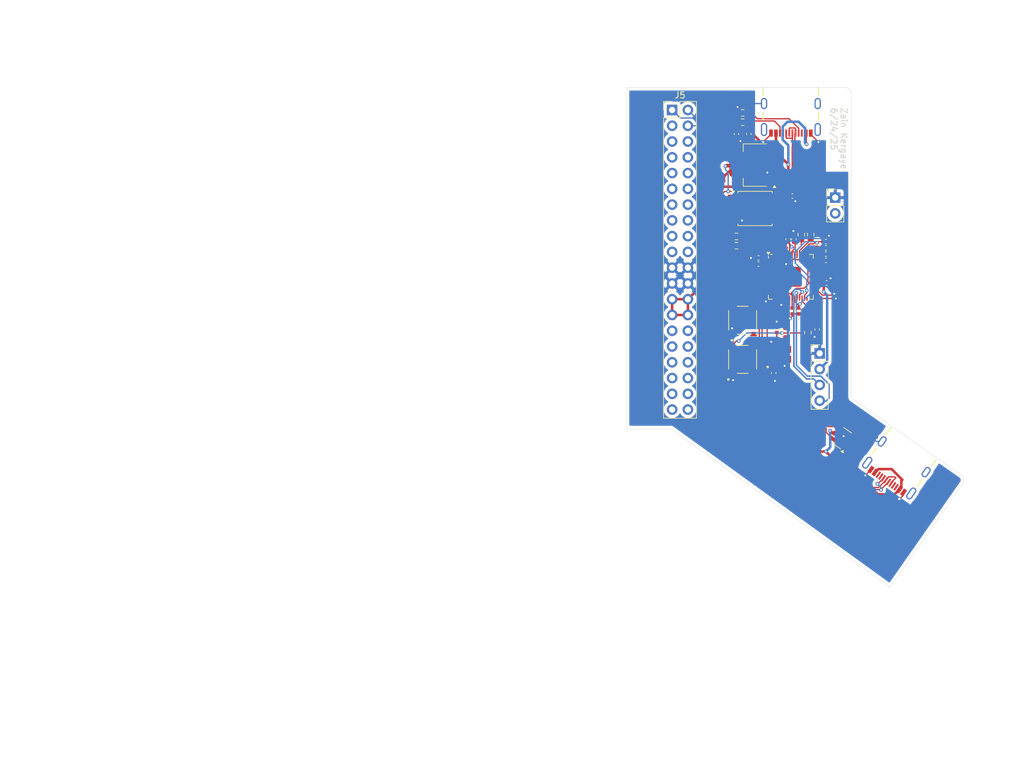
<source format=kicad_pcb>
(kicad_pcb (version 20241229) (generator "pcbnew") (generator_version "9.0")
  (layers (0 "F.Cu" signal) (2 "B.Cu" signal) (13 "F.Paste" user) (15 "B.Paste" user) (5 "F.SilkS" user "F.Silkscreen") (7 "B.SilkS" user "B.Silkscreen") (1 "F.Mask" user) (3 "B.Mask" user) (25 "Edge.Cuts" user))
  (net 0 "")
  (net 1 "GND")
  (net 4 "/CC1")
  (net 5 "/CC2")
  (net 6 "+1V1")
  (net 7 "+3V3")
  (net 8 "VBUS")
  (net 9 "/XIN")
  (net 10 "Net-(C16-Pad1)")
  (net 11 "/USB_D-")
  (net 12 "/USB_D+")
  (net 13 "/B-B_D-")
  (net 14 "/B-B_D+")
  (net 19 "Net-(U2-USB_DP)")
  (net 20 "Net-(U2-USB_DM)")
  (net 21 "/QSPI_SS")
  (net 22 "Net-(SW21-B)")
  (net 23 "/XOUT")
  (net 24 "Net-(SW22-B)")
  (net 25 "/RST")
  (net 26 "/DEBUG_CLK")
  (net 27 "/QSPI_SD1")
  (net 28 "/QSPI_SD2")
  (net 29 "/GPIO25")
  (net 30 "/GPIO24")
  (net 31 "/DEBUG_DATA")
  (net 32 "/GPIO17")
  (net 33 "/GPIO2")
  (net 34 "/GPIO12")
  (net 35 "/GPIO16")
  (net 36 "/GPIO23")
  (net 37 "/GPIO13")
  (net 38 "/GPIO15")
  (net 39 "/GPIO8")
  (net 40 "/GP24")
  (net 41 "/GPIO19")
  (net 42 "/GPIO4")
  (net 43 "/QSPI_SD3")
  (net 44 "/GPIO29")
  (net 45 "/GPIO5")
  (net 46 "/QSPI_SD0")
  (net 47 "/GPIO27")
  (net 48 "/GPIO7")
  (net 49 "/QSPI_SCLK")
  (net 50 "/GPIO11")
  (net 51 "/GPIO6")
  (net 52 "/GPIO10")
  (net 53 "/GPIO14")
  (net 60 "/GPIO9")
  (net 61 "/GPIO20")
  (net 62 "/GPIO0")
  (net 63 "/GPIO22")
  (net 64 "/GPIO26")
  (net 65 "/GPIO3")
  (net 66 "/GPIO21")
  (net 67 "/GPIO18")
  (net 68 "/GPIO28")
  (net 69 "/GPIO1")
  (footprint "Capacitor_SMD:C_0402_1005Metric" (layer "F.Cu") (at 150.4 70.35)
    (property "Reference" "C1" (hide yes))
    (property "Value" "1u")
  )
  (footprint "Resistor_SMD:R_0603_1608Metric" (layer "F.Cu") (at 136 69.5)
    (property "Reference" "R5" (hide yes))
    (property "Value" "10k DNP")
  )
  (footprint "Capacitor_SMD:C_0402_1005Metric" (layer "F.Cu") (at 150.5 77)
    (property "Reference" "C5" (hide yes))
    (property "Value" "100n")
  )
  (footprint "Capacitor_SMD:C_0402_1005Metric" (layer "F.Cu") (at 145 63)
    (property "Reference" "C14" (hide yes))
    (property "Value" "100n")
  )
  (footprint "Capacitor_SMD:C_0402_1005Metric" (layer "F.Cu") (at 139.55 73.95 180)
    (property "Reference" "C7" (hide yes))
    (property "Value" "100n")
  )
  (footprint "Resistor_SMD:R_0603_1608Metric" (layer "F.Cu") (at 147.95 69.2 -90)
    (property "Reference" "R4" (hide yes))
    (property "Value" "27.4")
  )
  (footprint "Resistor_SMD:R_0603_1608Metric" (layer "F.Cu") (at 146.45 69.2 -90)
    (property "Reference" "R3" (hide yes))
    (property "Value" "27.4")
  )
  (footprint "Capacitor_SMD:C_0402_1005Metric" (layer "F.Cu") (at 150.4 73.35)
    (property "Reference" "C9" (hide yes))
    (property "Value" "100n")
  )
  (footprint "Capacitor_SMD:C_0402_1005Metric" (layer "F.Cu") (at 145.25 69.95 90)
    (property "Reference" "C10" (hide yes))
    (property "Value" "100n")
  )
  (footprint "Connector_PinHeader_2.54mm:PinHeader_1x04_P2.54mm_Vertical" (layer "F.Cu") (at 149.4 88.34)
    (property "Reference" "J3" (hide yes))
    (property "Value" "Conn_01x04_Pin")
  )
  (footprint "Package_TO_SOT_SMD:SOT-23-6" (layer "F.Cu") (at 153 102 145)
    (property "Reference" "U5" (hide yes))
    (property "Value" "USBLC6-2SC6")
  )
  (footprint "Package_TO_SOT_SMD:SOT-223-3_TabPin2" (layer "F.Cu") (at 139 58 180)
    (property "Reference" "U3" (hide yes))
    (property "Value" "NCP1117-3.3_SOT223")
  )
  (footprint "Connector_PinHeader_2.54mm:PinHeader_2x20_P2.54mm_Vertical" (layer "F.Cu") (at 125.645 49.135)
    (property "Reference" "J5")
    (property "Value" "Conn_02x20_Counter_Clockwise")
  )
  (footprint "Library:GCT_USB4105-GF-A" (layer "F.Cu") (at 144.76 48.1 180)
    (property "Reference" "J1" (hide yes))
    (property "Value" "USB4105-GF-A")
  )
  (footprint "Library:GCT_USB4105-GF-A" (layer "F.Cu") (at 163 105 145)
    (property "Reference" "J2" (hide yes))
    (property "Value" "USB4105-GF-A")
  )
  (footprint "Capacitor_SMD:C_0402_1005Metric" (layer "F.Cu") (at 144.325 69.95 90)
    (property "Reference" "C2" (hide yes))
    (property "Value" "100n")
  )
  (footprint "Library:ABM8-272-T3_ABR" (layer "F.Cu") (at 143 88.5 90)
    (property "Reference" "X1" (hide yes))
    (property "Value" "ABM8-272-T3")
  )
  (footprint "Resistor_SMD:R_0603_1608Metric" (layer "F.Cu") (at 144 85 -90)
    (property "Reference" "R7" (hide yes))
    (property "Value" "1k")
  )
  (footprint "Capacitor_SMD:C_0402_1005Metric" (layer "F.Cu") (at 142 91.5 90)
    (property "Reference" "C15" (hide yes))
    (property "Value" "15p")
  )
  (footprint "Capacitor_SMD:C_0402_1005Metric" (layer "F.Cu") (at 150.4 72.35)
    (property "Reference" "C11" (hide yes))
    (property "Value" "100n")
  )
  (footprint "Connector_PinHeader_2.54mm:PinHeader_1x02_P2.54mm_Vertical" (layer "F.Cu") (at 151.9 63.25)
    (property "Reference" "J4" (hide yes))
    (property "Value" "Conn_01x02")
  )
  (footprint "Package_SO:SOIC-8_5.3x5.3mm_P1.27mm" (layer "F.Cu") (at 139 65)
    (property "Reference" "U4" (hide yes))
    (property "Value" "W25Q128JVS")
  )
  (footprint "Library:SW_TL3315NF250Q" (layer "F.Cu") (at 137 83 90)
    (property "Reference" "SW21" (hide yes))
    (property "Value" "SW_SPST")
  )
  (footprint "Package_DFN_QFN:QFN-56-1EP_7x7mm_P0.4mm_EP3.2x3.2mm" (layer "F.Cu") (at 144.76 76)
    (property "Reference" "U2" (hide yes))
    (property "Value" "RP2040")
  )
  (footprint "Capacitor_SMD:C_0402_1005Metric" (layer "F.Cu") (at 149 84.5 90)
    (property "Reference" "C17" (hide yes))
    (property "Value" "100n")
  )
  (footprint "Resistor_SMD:R_0603_1608Metric" (layer "F.Cu") (at 136 71)
    (property "Reference" "R6" (hide yes))
    (property "Value" "1k")
  )
  (footprint "Capacitor_SMD:C_0402_1005Metric" (layer "F.Cu") (at 145 81.5 -90)
    (property "Reference" "C6" (hide yes))
    (property "Value" "100n")
  )
  (footprint "Capacitor_SMD:C_0402_1005Metric" (layer "F.Cu") (at 138 53 -90)
    (property "Reference" "C12" (hide yes))
    (property "Value" "10u")
  )
  (footprint "Capacitor_SMD:C_0402_1005Metric" (layer "F.Cu") (at 142.5 84.5 90)
    (property "Reference" "C16" (hide yes))
    (property "Value" "15p")
  )
  (footprint "Capacitor_SMD:C_0402_1005Metric" (layer "F.Cu") (at 139.55 72.95 180)
    (property "Reference" "C8" (hide yes))
    (property "Value" "100n")
  )
  (footprint "Resistor_SMD:R_0603_1608Metric" (layer "F.Cu") (at 137 49.6)
    (property "Reference" "R1" (hide yes))
    (property "Value" "5.1k")
  )
  (footprint "Capacitor_SMD:C_0402_1005Metric" (layer "F.Cu") (at 146 81.5 -90)
    (property "Reference" "C3" (hide yes))
    (property "Value" "100n")
  )
  (footprint "Capacitor_SMD:C_0402_1005Metric" (layer "F.Cu") (at 150.4 71.35)
    (property "Reference" "C4" (hide yes))
    (property "Value" "1u")
  )
  (footprint "Resistor_SMD:R_0603_1608Metric" (layer "F.Cu") (at 147.5 85 90)
    (property "Reference" "R8" (hide yes))
    (property "Value" "1k")
  )
  (footprint "Resistor_SMD:R_0603_1608Metric" (layer "F.Cu") (at 137 51.1 180)
    (property "Reference" "R2" (hide yes))
    (property "Value" "5.1k")
  )
  (footprint "Library:SW_TL3315NF250Q" (layer "F.Cu") (at 137 89.3123 90)
    (property "Reference" "SW22" (hide yes))
    (property "Value" "SW_SPST")
  )
  (footprint "Capacitor_SMD:C_0402_1005Metric" (layer "F.Cu") (at 136 53 -90)
    (property "Reference" "C13" (hide yes))
    (property "Value" "10u")
  )
  (gr_line (start 172.182919 107.927273) (end 154.595035 95.599168) (stroke (width 0.05)) (layer "Edge.Cuts"))
  (gr_line (start 154.5 67.289997) (end 154.5 55.53) (stroke (width 0.05)) (layer "Edge.Cuts"))
  (gr_arc (start 154.595035 95.599168) (mid 154.529704 95.476113) (end 154.5 95.34) (stroke (width 0.05)) (layer "Edge.Cuts"))
  (gr_arc (start 153.5 45.5) (mid 154.207107 45.792893) (end 154.5 46.5) (stroke (width 0.05)) (layer "Edge.Cuts"))
  (gr_line (start 154.5 46.5) (end 154.5 55.53) (stroke (width 0.05)) (layer "Edge.Cuts"))
  (gr_line (start 154.5 67.289997) (end 154.5 95.339997) (stroke (width 0.05)) (layer "Edge.Cuts"))
  (gr_line (start 136 45.5) (end 153.5 45.5) (stroke (width 0.05)) (layer "Edge.Cuts"))
  (gr_line (start 118.25 100.5) (end 125.5 100.5) (stroke (width 0.05)) (layer "Edge.Cuts"))
  (gr_line (start 166.690659 117.510672) (end 172.42583 109.32) (stroke (width 0.05)) (layer "Edge.Cuts"))
  (gr_line (start 125.5 100.5) (end 160.75 126) (stroke (width 0.05)) (layer "Edge.Cuts"))
  (gr_line (start 136 45.5) (end 118.25 45.5) (stroke (width 0.05)) (layer "Edge.Cuts"))
  (gr_arc (start 172.184425 107.927273) (mid 172.595656 108.572776) (end 172.43 109.32) (stroke (width 0.05)) (layer "Edge.Cuts"))
  (gr_line (start 118.25 100.5) (end 118.25 45.5) (stroke (width 0.05)) (layer "Edge.Cuts"))
  (gr_line (start 160.74637 126) (end 166.690659 117.510672) (stroke (width 0.05)) (layer "Edge.Cuts"))
  (gr_text "Zain Kergaye\n6/24/25" (at 151.1 48.675 270) (layer "Edge.Cuts") (effects (font (size 1 1)) (justify left bottom)))
  (segment (start 135.439 52.939) (end 135.439 51.961) (width 0.2) (layer "F.Cu") (net 1))
  (segment (start 145 82.33) (end 144.61 82.72) (width 0.2) (layer "F.Cu") (net 1))
  (segment (start 149 85.252182) (end 148.576091 85.676091) (width 0.2) (layer "F.Cu") (net 1))
  (segment (start 162.893931 110.730513) (end 162.893931 111.162334) (width 0.2) (layer "F.Cu") (net 1))
  (segment (start 136.18 49.02) (end 136.175 49.025) (width 0.2) (layer "F.Cu") (net 1))
  (segment (start 138 53.48) (end 137.439 52.919) (width 0.2) (layer "F.Cu") (net 1))
  (segment (start 145.48 63) (end 145.48 63.83) (width 0.2) (layer "F.Cu") (net 1))
  (segment (start 149 84.98) (end 149 85.252182) (width 0.2) (layer "F.Cu") (net 1))
  (segment (start 143.76 79.982182) (end 143.576091 80.166091) (width 0.2) (layer "F.Cu") (net 1))
  (segment (start 141.9 87.699999) (end 141.9 87.8) (width 0.2) (layer "F.Cu") (net 1))
  (segment (start 150.88 69.38) (end 150.88 70.35) (width 0.2) (layer "F.Cu") (net 1))
  (segment (start 136 53.5) (end 136.65 54.15) (width 0.2) (layer "F.Cu") (net 1))
  (segment (start 137.439 52.364) (end 136.175 51.1) (width 0.2) (layer "F.Cu") (net 1))
  (segment (start 141.56 53.04) (end 140.3 54.3) (width 0.2) (layer "F.Cu") (net 1))
  (segment (start 135.3 85.18) (end 135.25 85.23) (width 0.2) (layer "F.Cu") (net 1))
  (segment (start 143.76 79.4375) (end 143.76 79.982182) (width 0.2) (layer "F.Cu") (net 1))
  (segment (start 136.18 48.65) (end 136.18 49.02) (width 0.2) (layer "F.Cu") (net 1))
  (segment (start 140.916091 80.166091) (end 140.73 79.98) (width 0.2) (layer "F.Cu") (net 1))
  (segment (start 141.6 87.52) (end 141.779999 87.699999) (width 0.2) (layer "F.Cu") (net 1))
  (segment (start 143.576091 80.166091) (end 140.916091 80.166091) (width 0.2) (layer "F.Cu") (net 1))
  (segment (start 153.931785 102.631785) (end 153.931785 102.652443) (width 0.2) (layer "F.Cu") (net 1))
  (segment (start 142.475 83.225) (end 142.475 83.995) (width 0.2) (layer "F.Cu") (net 1))
  (segment (start 147.96 52.855) (end 147.96 53.06) (width 0.2) (layer "F.Cu") (net 1))
  (segment (start 144.35 69.47) (end 144.35 69.442558) (width 0.2) (layer "F.Cu") (net 1))
  (segment (start 144 73.96) (end 144.75 73.96) (width 0.2) (layer "F.Cu") (net 1))
  (segment (start 157.651358 107.098642) (end 156.75 108) (width 0.2) (layer "F.Cu") (net 1))
  (segment (start 144.35 69.442558) (end 145.160946 68.631612) (width 0.2) (layer "F.Cu") (net 1))
  (segment (start 143.576091 80.166091) (end 143.221091 80.521091) (width 0.2) (layer "F.Cu") (net 1))
  (segment (start 153.25 101.675) (end 153.25 101.95) (width 0.2) (layer "F.Cu") (net 1))
  (segment (start 142.475 83.995) (end 142.5 84.02) (width 0.2) (layer "F.Cu") (net 1))
  (segment (start 145.160946 69.380946) (end 145.25 69.47) (width 0.2) (layer "F.Cu") (net 1))
  (segment (start 135.3 84.3) (end 135.3 85.18) (width 0.2) (layer "F.Cu") (net 1))
  (segment (start 136 53.48) (end 136 53.5) (width 0.2) (layer "F.Cu") (net 1))
  (segment (start 143.75 90.35) (end 143.75 89.7) (width 0.2) (layer "F.Cu") (net 1))
  (segment (start 141.068413 59.218413) (end 142.15 60.3) (width 0.2) (layer "F.Cu") (net 1))
  (segment (start 141.56 52.855) (end 141.56 53.04) (width 0.2) (layer "F.Cu") (net 1))
  (segment (start 136.175 51.1) (end 136.175 49.6) (width 0.2) (layer "F.Cu") (net 1))
  (segment (start 139.07 72.95) (end 138.36 72.95) (width 0.2) (layer "F.Cu") (net 1))
  (segment (start 143.75 89.7) (end 144.1 89.35) (width 0.2) (layer "F.Cu") (net 1))
  (segment (start 136.89 66.94) (end 135.4475 66.94) (width 0.2) (layer "F.Cu") (net 1))
  (segment (start 140.981587 59.218413) (end 141.068413 59.218413) (width 0.2) (layer "F.Cu") (net 1))
  (segment (start 142 91.98) (end 142 92.575) (width 0.2) (layer "F.Cu") (net 1))
  (segment (start 162.893931 111.162334) (end 162.234962 111.821303) (width 0.2) (layer "F.Cu") (net 1))
  (segment (start 144.76 73.97) (end 144.76 76) (width 0.2) (layer "F.Cu") (net 1))
  (segment (start 147.96 53.06) (end 149.2 54.3) (width 0.2) (layer "F.Cu") (net 1))
  (segment (start 150.98 76.42) (end 151.15 76.25) (width 0.25) (layer "F.Cu") (net 1))
  (segment (start 141.6 86.475) (end 141.6 87.52) (width 0.2) (layer "F.Cu") (net 1))
  (segment (start 138.36 72.95) (end 138.34 72.97) (width 0.2) (layer "F.Cu") (net 1))
  (segment (start 135.4475 66.94) (end 135.4125 66.905) (width 0.2) (layer "F.Cu") (net 1))
  (segment (start 135.25 91.5423) (end 135.25 92.425) (width 0.2) (layer "F.Cu") (net 1))
  (segment (start 135.98 53.48) (end 135.439 52.939) (width 0.2) (layer "F.Cu") (net 1))
  (segment (start 150.88 73.35) (end 150.88 70.35) (width 0.2) (layer "F.Cu") (net 1))
  (segment (start 145 81.98) (end 145 82.33) (width 0.2) (layer "F.Cu") (net 1))
  (segment (start 157.651358 107.059623) (end 157.651358 107.098642) (width 0.2) (layer "F.Cu") (net 1))
  (segment (start 139.07 73.95) (end 139.07 72.95) (width 0.2) (layer "F.Cu") (net 1))
  (segment (start 135.25 92.425) (end 135.475 92.65) (width 0.2) (layer "F.Cu") (net 1))
  (segment (start 153.25 101.95) (end 153.931785 102.631785) (width 0.2) (layer "F.Cu") (net 1))
  (segment (start 142 92.575) (end 142.2 92.775) (width 0.2) (layer "F.Cu") (net 1))
  (segment (start 144.1 89.35) (end 144.1 89.300001) (width 0.2) (layer "F.Cu") (net 1))
  (segment (start 145.160946 68.631612) (end 145.160946 69.380946) (width 0.2) (layer "F.Cu") (net 1))
  (segment (start 136.175 49.025) (end 136.175 49.6) (width 0.2) (layer "F.Cu") (net 1))
  (segment (start 146 81.98) (end 145 81.98) (width 0.2) (layer "F.Cu") (net 1))
  (segment (start 141.779999 87.699999) (end 141.9 87.699999) (width 0.2) (layer "F.Cu") (net 1))
  (segment (start 141.9 87.8) (end 141.85 87.85) (width 0.2) (layer "F.Cu") (net 1))
  (segment (start 135.439 51.961) (end 136.175 51.225) (width 0.2) (layer "F.Cu") (net 1))
  (segment (start 150.98 77) (end 150.98 76.42) (width 0.25) (layer "F.Cu") (net 1))
  (segment (start 137.439 52.919) (end 137.439 52.364) (width 0.2) (layer "F.Cu") (net 1))
  (segment (start 144.75 73.96) (end 144.76 73.97) (width 0.2) (layer "F.Cu") (net 1))
  (via (at 142.2 92.775) (size 0.6) (drill 0.3) (layers "F.Cu" "B.Cu") (net 1))
  (via (at 143.75 90.35) (size 0.6) (drill 0.3) (layers "F.Cu" "B.Cu") (net 1))
  (via (at 145.160946 68.631612) (size 0.6) (drill 0.3) (layers "F.Cu" "B.Cu") (net 1))
  (via (at 156.75 108) (size 0.6) (drill 0.3) (layers "F.Cu" "B.Cu") (net 1))
  (via (at 149.2 54.3) (size 0.6) (drill 0.3) (layers "F.Cu" "B.Cu") (net 1))
  (via (at 153.25 101.675) (size 0.6) (drill 0.3) (layers "F.Cu" "B.Cu") (net 1))
  (via (at 141.6 86.475) (size 0.6) (drill 0.3) (layers "F.Cu" "B.Cu") (net 1))
  (via (at 148.576091 85.676091) (size 0.6) (drill 0.3) (layers "F.Cu" "B.Cu") (net 1))
  (via (at 135.475 92.65) (size 0.6) (drill 0.3) (layers "F.Cu" "B.Cu") (net 1))
  (via (at 150.88 69.38) (size 0.6) (drill 0.3) (layers "F.Cu" "B.Cu") (net 1))
  (via (at 144.61 82.72) (size 0.6) (drill 0.3) (layers "F.Cu" "B.Cu") (net 1))
  (via (at 138.34 72.97) (size 0.6) (drill 0.3) (layers "F.Cu" "B.Cu") (net 1))
  (via (at 136.18 48.65) (size 0.6) (drill 0.3) (layers "F.Cu" "B.Cu") (net 1))
  (via (at 151.15 76.25) (size 0.6) (drill 0.3) (layers "F.Cu" "B.Cu") (net 1))
  (via (at 140.981587 59.218413) (size 0.6) (drill 0.3) (layers "F.Cu" "B.Cu") (net 1))
  (via (at 140.3 54.3) (size 0.6) (drill 0.3) (layers "F.Cu" "B.Cu") (net 1))
  (via (at 144 73.96) (size 0.6) (drill 0.3) (layers "F.Cu" "B.Cu") (net 1))
  (via (at 145.48 63.83) (size 0.6) (drill 0.3) (layers "F.Cu" "B.Cu") (net 1))
  (via (at 143.221091 80.521091) (size 0.6) (drill 0.3) (layers "F.Cu" "B.Cu") (net 1))
  (via (at 136.89 66.94) (size 0.6) (drill 0.3) (layers "F.Cu" "B.Cu") (net 1))
  (via (at 142.475 83.225) (size 0.6) (drill 0.3) (layers "F.Cu" "B.Cu") (net 1))
  (via (at 135.3 84.3) (size 0.6) (drill 0.3) (layers "F.Cu" "B.Cu") (net 1))
  (via (at 162.234962 111.821303) (size 0.6) (drill 0.3) (layers "F.Cu" "B.Cu") (net 1))
  (via (at 136.65 54.15) (size 0.6) (drill 0.3) (layers "F.Cu" "B.Cu") (net 1))
  (via (at 140.73 79.98) (size 0.6) (drill 0.3) (layers "F.Cu" "B.Cu") (net 1))
  (segment (start 159.461264 102.52215) (end 158.52215 102.52215) (width 0.2) (layer "B.Cu") (net 1))
  (segment (start 158.52215 102.52215) (end 158 102) (width 0.2) (layer "B.Cu") (net 1))
  (segment (start 140.44 48.1) (end 138.1 48.1) (width 0.2) (layer "B.Cu") (net 1))
  (segment (start 143.221091 79.338909) (end 143.221091 80.521091) (width 0.2) (layer "B.Cu") (net 1))
  (segment (start 136.65 54.15) (end 136.65 54.1) (width 0.2) (layer "B.Cu") (net 1))
  (segment (start 140.981587 59.218413) (end 140.981587 58.481587) (width 0.2) (layer "B.Cu") (net 1))
  (segment (start 144.76 74.72) (end 144.76 77.8) (width 0.2) (layer "B.Cu") (net 1))
  (segment (start 138.1 48.1) (end 138 48) (width 0.2) (layer "B.Cu") (net 1))
  (segment (start 144.76 77.8) (end 143.221091 79.338909) (width 0.2) (layer "B.Cu") (net 1))
  (segment (start 140.981587 58.481587) (end 136.65 54.15) (width 0.2) (layer "B.Cu") (net 1))
  (segment (start 144 73.96) (end 144.76 74.72) (width 0.2) (layer "B.Cu") (net 1))
  (segment (start 146.01 52.08) (end 144.479 50.549) (width 0.2) (layer "F.Cu") (net 4))
  (segment (start 138.401 49.6) (end 137.825 49.6) (width 0.2) (layer "F.Cu") (net 4))
  (segment (start 139.35 50.549) (end 138.401 49.6) (width 0.2) (layer "F.Cu") (net 4))
  (segment (start 144.479 50.549) (end 139.35 50.549) (width 0.2) (layer "F.Cu") (net 4))
  (segment (start 146.01 52.855) (end 146.01 52.08) (width 0.2) (layer "F.Cu") (net 4))
  (segment (start 143.01 51.81) (end 142.1 50.9) (width 0.2) (layer "F.Cu") (net 5))
  (segment (start 138.025 50.9) (end 137.825 51.1) (width 0.2) (layer "F.Cu") (net 5))
  (segment (start 143.01 52.855) (end 143.01 51.81) (width 0.2) (layer "F.Cu") (net 5))
  (segment (start 142.1 50.9) (end 138.025 50.9) (width 0.2) (layer "F.Cu") (net 5))
  (segment (start 144.878655 71.153527) (end 144.878655 71.048655) (width 0.2) (layer "F.Cu") (net 6))
  (segment (start 146.56 71.911388) (end 146.56 72.5625) (width 0.2) (layer "F.Cu") (net 6))
  (segment (start 144.56 70.64) (end 144.35 70.43) (width 0.2) (layer "F.Cu") (net 6))
  (segment (start 145.36 79.96) (end 146 80.6) (width 0.2) (layer "F.Cu") (net 6))
  (segment (start 145.36 79.4375) (end 145.36 79.96) (width 0.2) (layer "F.Cu") (net 6))
  (segment (start 148.982367 70.511694) (end 148.820673 70.35) (width 0.2) (layer "F.Cu") (net 6))
  (segment (start 148.820673 70.35) (end 148.8 70.35) (width 0.2) (layer "F.Cu") (net 6))
  (segment (start 144.878655 71.153527) (end 144.703527 71.153527) (width 0.2) (layer "F.Cu") (net 6))
  (segment (start 144.56 70.73) (end 144.56 70.64) (width 0.2) (layer "F.Cu") (net 6))
  (segment (start 148.982367 70.511694) (end 149.144061 70.35) (width 0.2) (layer "F.Cu") (net 6))
  (segment (start 146.007817 80.6) (end 146.225 80.382817) (width 0.2) (layer "F.Cu") (net 6))
  (segment (start 146 80.6) (end 146.007817 80.6) (width 0.2) (layer "F.Cu") (net 6))
  (segment (start 144.56 71.01) (end 144.56 70.73) (width 0.2) (layer "F.Cu") (net 6))
  (segment (start 148.8 70.35) (end 148.439306 70.710694) (width 0.2) (layer "F.Cu") (net 6))
  (segment (start 144.56 72.5625) (end 144.56 71.01) (width 0.2) (layer "F.Cu") (net 6))
  (segment (start 144.878655 71.048655) (end 144.56 70.73) (width 0.2) (layer "F.Cu") (net 6))
  (segment (start 148.439306 70.710694) (end 147.760694 70.710694) (width 0.2) (layer "F.Cu") (net 6))
  (segment (start 144.703527 71.153527) (end 144.56 71.01) (width 0.2) (layer "F.Cu") (net 6))
  (segment (start 146 80.6) (end 146 81.02) (width 0.2) (layer "F.Cu") (net 6))
  (segment (start 149.144061 70.35) (end 149.92 70.35) (width 0.2) (layer "F.Cu") (net 6))
  (segment (start 147.760694 70.710694) (end 146.56 71.911388) (width 0.2) (layer "F.Cu") (net 6))
  (via (at 148.982367 70.511694) (size 0.6) (drill 0.3) (layers "F.Cu" "B.Cu") (net 6))
  (via (at 146.225 80.382817) (size 0.6) (drill 0.3) (layers "F.Cu" "B.Cu") (net 6))
  (via (at 144.878655 71.153527) (size 0.6) (drill 0.3) (layers "F.Cu" "B.Cu") (net 6))
  (segment (start 148.820673 70.35) (end 147.09 70.35) (width 0.2) (layer "B.Cu") (net 6))
  (segment (start 148.4 76.723358) (end 145.464523 73.787881) (width 0.2) (layer "B.Cu") (net 6))
  (segment (start 145.073527 71.153527) (end 145.464523 71.544523) (width 0.2) (layer "B.Cu") (net 6))
  (segment (start 145.464523 71.544523) (end 145.464523 73.787881) (width 0.2) (layer "B.Cu") (net 6))
  (segment (start 148.982367 70.511694) (end 148.820673 70.35) (width 0.2) (layer "B.Cu") (net 6))
  (segment (start 144.878655 71.153527) (end 145.073527 71.153527) (width 0.2) (layer "B.Cu") (net 6))
  (segment (start 147.09 70.35) (end 145.464523 71.975477) (width 0.2) (layer "B.Cu") (net 6))
  (segment (start 145.464523 71.975477) (end 145.464523 73.787881) (width 0.2) (layer "B.Cu") (net 6))
  (segment (start 146.225 80.382817) (end 148.4 78.207817) (width 0.2) (layer "B.Cu") (net 6))
  (segment (start 148.4 78.207817) (end 148.4 76.723358) (width 0.2) (layer "B.Cu") (net 6))
  (segment (start 146.96 73.027064) (end 146.96 72.5625) (width 0.2) (layer "F.Cu") (net 7))
  (segment (start 131.999 68.8) (end 131.999 62.611768) (width 0.4) (layer "F.Cu") (net 7))
  (segment (start 133.14 63.22) (end 134.11 62.25) (width 0.2) (layer "F.Cu") (net 7))
  (segment (start 134.22 58.19) (end 135.66 58.19) (width 0.4) (layer "F.Cu") (net 7))
  (segment (start 141.3225 77) (end 141.787064 77) (width 0.2) (layer "F.Cu") (net 7))
  (segment (start 136 52.52) (end 136.52 52.52) (width 0.4) (layer "F.Cu") (net 7))
  (segment (start 144.96 80.98) (end 145 81.02) (width 0.2) (layer "F.Cu") (net 7))
  (segment (start 133.449 74.351) (end 133.449 70.25) (width 0.4) (layer "F.Cu") (net 7))
  (segment (start 134.67 62.25) (end 141.7425 62.25) (width 0.2) (layer "F.Cu") (net 7))
  (segment (start 142.15 58) (end 134.41 58) (width 0.4) (layer "F.Cu") (net 7))
  (segment (start 134 60.610768) (end 134 59.85) (width 0.4) (layer "F.Cu") (net 7))
  (segment (start 137.35 54.2) (end 137.339 54.189) (width 0.4) (layer "F.Cu") (net 7))
  (segment (start 128.185 79.615) (end 128.185 82.155) (width 0.4) (layer "F.Cu") (net 7))
  (segment (start 145.25 70.43) (end 145.45 70.63) (width 0.2) (layer "F.Cu") (net 7))
  (segment (start 145.36 73.027064) (end 145.583936 73.251) (width 0.2) (layer "F.Cu") (net 7))
  (segment (start 133.14 67.465) (end 133.14 63.22) (width 0.2) (layer "F.Cu") (net 7))
  (segment (start 141.3225 73.4) (end 140.48 73.4) (width 0.2) (layer "F.Cu") (net 7))
  (segment (start 135.826 71.366) (end 135.826 70.151) (width 0.2) (layer "F.Cu") (net 7))
  (segment (start 137.339 53.699) (end 137.339 54.189) (width 0.4) (layer "F.Cu") (net 7))
  (segment (start 125.645 79.615) (end 125.645 82.155) (width 0.4) (layer "F.Cu") (net 7))
  (segment (start 145.583936 73.251) (end 146.736064 73.251) (width 0.2) (layer "F.Cu") (net 7))
  (segment (start 147.509 73.623936) (end 147.509 76.776064) (width 0.2) (layer "F.Cu") (net 7))
  (segment (start 148.1975 73.4) (end 147.732936 73.4) (width 0.2) (layer "F.Cu") (net 7))
  (segment (start 144.96 78.972936) (end 144.96 79.4375) (width 0.2) (layer "F.Cu") (net 7))
  (segment (start 145.36 72.5625) (end 145.36 73.027064) (width 0.2) (layer "F.Cu") (net 7))
  (segment (start 150.05 77.03) (end 150.02 77) (width 0.4) (layer "F.Cu") (net 7))
  (segment (start 131.999 62.611768) (end 134 60.610768) (width 0.4) (layer "F.Cu") (net 7))
  (segment (start 125.645 82.155) (end 128.185 82.155) (width 0.4) (layer "F.Cu") (net 7))
  (segment (start 134 59.85) (end 135.85 58) (width 0.4) (layer "F.Cu") (net 7))
  (segment (start 141.787064 77) (end 143.536064 78.749) (width 0.2) (layer "F.Cu") (net 7))
  (segment (start 141.7425 62.25) (end 142.5875 63.095) (width 0.2) (layer "F.Cu") (net 7))
  (segment (start 147.36 72.5625) (end 147.5725 72.35) (width 0.2) (layer "F.Cu") (net 7))
  (segment (start 133.449 70.25) (end 131.999 68.8) (width 0.4) (layer "F.Cu") (net 7))
  (segment (start 146.96 72.5625) (end 146.96 72.007776) (width 0.2) (layer "F.Cu") (net 7))
  (segment (start 145.45 70.63) (end 145.45 71.36) (width 0.2) (layer "F.Cu") (net 7))
  (segment (start 128.185 79.615) (end 133.449 74.351) (width 0.4) (layer "F.Cu") (net 7))
  (segment (start 148.1975 77) (end 150.02 77) (width 0.2) (layer "F.Cu") (net 7))
  (segment (start 135.66 58.19) (end 137.35 56.5) (width 0.4) (layer "F.Cu") (net 7))
  (segment (start 148.1975 73.4) (end 149.87 73.4) (width 0.2) (layer "F.Cu") (net 7))
  (segment (start 144.52 63) (end 142.6825 63) (width 0.4) (layer "F.Cu") (net 7))
  (segment (start 137.35 56.5) (end 137.35 54.2) (width 0.4) (layer "F.Cu") (net 7))
  (segment (start 147.732936 77) (end 148.1975 77) (width 0.2) (layer "F.Cu") (net 7))
  (segment (start 144.96 71.85) (end 144.96 72.5625) (width 0.2) (layer "F.Cu") (net 7))
  (segment (start 136.186 71.726) (end 135.826 71.366) (width 0.2) (layer "F.Cu") (net 7))
  (segment (start 125.645 79.615) (end 128.185 79.615) (width 0.4) (layer "F.Cu") (net 7))
  (segment (start 149.111694 71.061694) (end 149.4 71.35) (width 0.2) (layer "F.Cu") (net 7))
  (segment (start 141.3225 73.8) (end 140.18 73.8) (width 0.2) (layer "F.Cu") (net 7))
  (segment (start 140.03 72.95) (end 138.806 71.726) (width 0.2) (layer "F.Cu") (net 7))
  (segment (start 135.826 70.151) (end 135.175 69.5) (width 0.2) (layer "F.Cu") (net 7))
  (segment (start 147.5725 72.35) (end 149.92 72.35) (width 0.2) (layer "F.Cu") (net 7))
  (segment (start 144.843532 78.856468) (end 144.843532 78.627236) (width 0.2) (layer "F.Cu") (net 7))
  (segment (start 136.98 53.34) (end 137.339 53.699) (width 0.4) (layer "F.Cu") (net 7))
  (segment (start 147.732936 73.4) (end 147.509 73.623936) (width 0.2) (layer "F.Cu") (net 7))
  (segment (start 140.03 72.95) (end 140.03 73.95) (width 0.2) (layer "F.Cu") (net 7))
  (segment (start 143.536064 78.749) (end 144.736064 78.749) (width 0.2) (layer "F.Cu") (net 7))
  (segment (start 145.36 72.16) (end 145.05 71.85) (width 0.2) (layer "F.Cu") (net 7))
  (segment (start 141.15 58) (end 142.15 58) (width 0.4) (layer "F.Cu") (net 7))
  (segment (start 144.843532 78.627236) (end 145.619768 77.851) (width 0.2) (layer "F.Cu") (net 7))
  (segment (start 144.736064 78.749) (end 144.843532 78.856468) (width 0.2) (layer "F.Cu") (net 7))
  (segment (start 149.4 71.35) (end 149.92 71.35) (width 0.2) (layer "F.Cu") (net 7))
  (segment (start 146.736064 73.251) (end 146.96 73.027064) (width 0.2) (layer "F.Cu") (net 7))
  (segment (start 142.6825 63) (end 142.5875 63.095) (width 0.4) (layer "F.Cu") (net 7))
  (segment (start 137.339 54.189) (end 141.15 58) (width 0.4) (layer "F.Cu") (net 7))
  (segment (start 135.175 69.5) (end 133.14 67.465) (width 0.2) (layer "F.Cu") (net 7))
  (segment (start 145.45 71.36) (end 144.96 71.85) (width 0.2) (layer "F.Cu") (net 7))
  (segment (start 145.05 71.85) (end 144.96 71.85) (width 0.2) (layer "F.Cu") (net 7))
  (segment (start 146.96 72.007776) (end 147.906082 71.061694) (width 0.2) (layer "F.Cu") (net 7))
  (segment (start 136.52 52.52) (end 136.98 52.98) (width 0.4) (layer "F.Cu") (net 7))
  (segment (start 141.3225 73.4) (end 144.987064 73.4) (width 0.2) (layer "F.Cu") (net 7))
  (segment (start 145.36 72.5625) (end 145.36 72.16) (width 0.2) (layer "F.Cu") (net 7))
  (segment (start 146.881936 77.851) (end 147.732936 77) (width 0.2) (layer "F.Cu") (net 7))
  (segment (start 144.987064 73.4) (end 145.36 73.027064) (width 0.2) (layer "F.Cu") (net 7))
  (segment (start 149.92 73.35) (end 149.92 71.35) (width 0.2) (layer "F.Cu") (net 7))
  (segment (start 144.843532 78.856468) (end 144.96 78.972936) (width 0.2) (layer "F.Cu") (net 7))
  (segment (start 144.96 79.4375) (end 144.96 80.98) (width 0.2) (layer "F.Cu") (net 7))
  (segment (start 134.41 58) (end 134.22 58.19) (width 0.4) (layer "F.Cu") (net 7))
  (segment (start 149.87 73.4) (end 149.92 73.35) (width 0.2) (layer "F.Cu") (net 7))
  (segment (start 147.509 76.776064) (end 147.732936 77) (width 0.2) (layer "F.Cu") (net 7))
  (segment (start 140.18 73.8) (end 140.03 73.95) (width 0.2) (layer "F.Cu") (net 7))
  (segment (start 138.806 71.726) (end 136.186 71.726) (width 0.2) (layer "F.Cu") (net 7))
  (segment (start 145.619768 77.851) (end 146.881936 77.851) (width 0.2) (layer "F.Cu") (net 7))
  (segment (start 134.11 62.25) (end 134.67 62.25) (width 0.2) (layer "F.Cu") (net 7))
  (segment (start 147.906082 71.061694) (end 149.111694 71.061694) (width 0.2) (layer "F.Cu") (net 7))
  (segment (start 150.05 78.4) (end 150.05 77.03) (width 0.4) (layer "F.Cu") (net 7))
  (segment (start 136.98 52.98) (end 136.98 53.34) (width 0.4) (layer "F.Cu") (net 7))
  (segment (start 140.48 73.4) (end 140.03 72.95) (width 0.2) (layer "F.Cu") (net 7))
  (via (at 134.22 58.19) (size 0.6) (drill 0.3) (layers "F.Cu" "B.Cu") (net 7))
  (via (at 134.67 62.25) (size 0.6) (drill 0.3) (layers "F.Cu" "B.Cu") (net 7))
  (via (at 150.05 78.4) (size 0.6) (drill 0.3) (layers "F.Cu" "B.Cu") (net 7))
  (segment (start 149.4 90.88) (end 150.601 89.679) (width 0.4) (layer "B.Cu") (net 7))
  (segment (start 134.22 58.73) (end 134.67 59.18) (width 0.2) (layer "B.Cu") (net 7))
  (segment (start 134.22 58.19) (end 134.22 58.73) (width 0.2) (layer "B.Cu") (net 7))
  (segment (start 150.601 89.679) (end 150.601 78.951) (width 0.4) (layer "B.Cu") (net 7))
  (segment (start 150.601 78.951) (end 150.05 78.4) (width 0.4) (layer "B.Cu") (net 7))
  (segment (start 134.67 59.18) (end 134.67 62.25) (width 0.2) (layer "B.Cu") (net 7))
  (segment (start 133.89 61.5) (end 143.5 61.5) (width 0.4) (layer "F.Cu") (net 8))
  (segment (start 151.647557 101.347557) (end 151.1 100.8) (width 0.4) (layer "F.Cu") (net 8))
  (segment (start 162.55 108.85) (end 162.55 109.960259) (width 0.4) (layer "F.Cu") (net 8))
  (segment (start 139.649 54.030346) (end 139.649 54.749) (width 0.4) (layer "F.Cu") (net 8))
  (segment (start 158.306678 107.518485) (end 158.841903 106.98326) (width 0.4) (layer "F.Cu") (net 8))
  (segment (start 143.5 61.5) (end 144.35 60.65) (width 0.4) (layer "F.Cu") (net 8))
  (segment (start 147.16 54.51) (end 147.3 54.65) (width 0.4) (layer "F.Cu") (net 8))
  (segment (start 160.98326 106.98326) (end 162.7 108.7) (width 0.4) (layer "F.Cu") (net 8))
  (segment (start 158.841903 106.98326) (end 160.98326 106.98326) (width 0.4) (layer "F.Cu") (net 8))
  (segment (start 147.9 104.15) (end 143.75 100) (width 0.4) (layer "F.Cu") (net 8))
  (segment (start 143.75 100) (end 141.65 100) (width 0.4) (layer "F.Cu") (net 8))
  (segment (start 142.36 52.855) (end 142.36 55.49) (width 0.4) (layer "F.Cu") (net 8))
  (segment (start 132.55 62.84) (end 133.89 61.5) (width 0.4) (layer "F.Cu") (net 8))
  (segment (start 162.7 108.7) (end 162.55 108.85) (width 0.4) (layer "F.Cu") (net 8))
  (segment (start 138 52.52) (end 138.138654 52.52) (width 0.4) (layer "F.Cu") (net 8))
  (segment (start 139.649 54.749) (end 140.6 55.7) (width 0.4) (layer "F.Cu") (net 8))
  (segment (start 162.238609 110.27165) (end 161.460259 111.05) (width 0.4) (layer "F.Cu") (net 8))
  (segment (start 150.4 104.15) (end 147.9 104.15) (width 0.4) (layer "F.Cu") (net 8))
  (segment (start 134 69) (end 132.55 67.55) (width 0.4) (layer "F.Cu") (net 8))
  (segment (start 138.138654 52.52) (end 139.649 54.030346) (width 0.4) (layer "F.Cu") (net 8))
  (segment (start 144.35 57.9) (end 142.15 55.7) (width 0.4) (layer "F.Cu") (net 8))
  (segment (start 158.5 110.75) (end 157 110.75) (width 0.4) (layer "F.Cu") (net 8))
  (segment (start 144.35 60.65) (end 144.35 57.9) (width 0.4) (layer "F.Cu") (net 8))
  (segment (start 161.460259 111.05) (end 158.8 111.05) (width 0.4) (layer "F.Cu") (net 8))
  (segment (start 142.36 55.49) (end 142.15 55.7) (width 0.4) (layer "F.Cu") (net 8))
  (segment (start 141.65 100) (end 134 92.35) (width 0.4) (layer "F.Cu") (net 8))
  (segment (start 152.068215 101.347557) (end 151.647557 101.347557) (width 0.4) (layer "F.Cu") (net 8))
  (segment (start 147.16 52.855) (end 147.16 54.51) (width 0.4) (layer "F.Cu") (net 8))
  (segment (start 132.55 67.55) (end 132.55 62.84) (width 0.4) (layer "F.Cu") (net 8))
  (segment (start 140.6 55.7) (end 142.15 55.7) (width 0.4) (layer "F.Cu") (net 8))
  (segment (start 158.8 111.05) (end 158.5 110.75) (width 0.4) (layer "F.Cu") (net 8))
  (segment (start 134 92.35) (end 134 69) (width 0.4) (layer "F.Cu") (net 8))
  (segment (start 162.55 109.960259) (end 162.238609 110.27165) (width 0.4) (layer "F.Cu") (net 8))
  (segment (start 157 110.75) (end 150.4 104.15) (width 0.4) (layer "F.Cu") (net 8))
  (via (at 151.1 100.8) (size 0.6) (drill 0.3) (layers "F.Cu" "B.Cu") (net 8))
  (via (at 144.35 57.9) (size 0.6) (drill 0.3) (layers "F.Cu" "B.Cu") (net 8))
  (via (at 150.4 104.15) (size 0.6) (drill 0.3) (layers "F.Cu" "B.Cu") (net 8))
  (via (at 147.3 54.65) (size 0.6) (drill 0.3) (layers "F.Cu" "B.Cu") (net 8))
  (segment (start 144.22 51.03) (end 146 51.03) (width 0.4) (layer "B.Cu") (net 8))
  (segment (start 146 51.03) (end 147.04 52.07) (width 0.4) (layer "B.Cu") (net 8))
  (segment (start 144.35 54.83) (end 143.44 53.92) (width 0.4) (layer "B.Cu") (net 8))
  (segment (start 147.04 54.39) (end 147.3 54.65) (width 0.4) (layer "B.Cu") (net 8))
  (segment (start 144.35 57.9) (end 144.35 54.83) (width 0.4) (layer "B.Cu") (net 8))
  (segment (start 151.1 103.45) (end 150.4 104.15) (width 0.4) (layer "B.Cu") (net 8))
  (segment (start 143.44 53.92) (end 143.44 51.81) (width 0.4) (layer "B.Cu") (net 8))
  (segment (start 143.44 51.81) (end 144.22 51.03) (width 0.4) (layer "B.Cu") (net 8))
  (segment (start 151.1 100.8) (end 151.1 103.45) (width 0.4) (layer "B.Cu") (net 8))
  (segment (start 147.04 52.07) (end 147.04 54.39) (width 0.4) (layer "B.Cu") (net 8))
  (segment (start 144.35 57.6) (end 144.35 57.9) (width 0.4) (layer "B.Cu") (net 8))
  (segment (start 141.850001 89.300001) (end 140.949 88.399) (width 0.2) (layer "F.Cu") (net 9))
  (segment (start 141.9 89.300001) (end 141.850001 89.300001) (width 0.2) (layer "F.Cu") (net 9))
  (segment (start 144.16 80.36) (end 144.16 79.4375) (width 0.2) (layer "F.Cu") (net 9))
  (segment (start 141.9 89.300001) (end 141.9 90.92) (width 0.2) (layer "F.Cu") (net 9))
  (segment (start 140.949 88.399) (end 140.949 83.571) (width 0.2) (layer "F.Cu") (net 9))
  (segment (start 141.9 90.92) (end 142 91.02) (width 0.2) (layer "F.Cu") (net 9))
  (segment (start 140.949 83.571) (end 144.16 80.36) (width 0.2) (layer "F.Cu") (net 9))
  (segment (start 144.1 85.925) (end 144 85.825) (width 0.2) (layer "F.Cu") (net 10))
  (segment (start 142.5 86.099999) (end 142.5 84.98) (width 0.2) (layer "F.Cu") (net 10))
  (segment (start 144.1 87.699999) (end 144.1 85.925) (width 0.2) (layer "F.Cu") (net 10))
  (segment (start 144.1 87.699999) (end 142.5 86.099999) (width 0.2) (layer "F.Cu") (net 10))
  (segment (start 147.591 63.587332) (end 147.591 64.737011) (width 0.63) (layer "F.Cu") (net 11))
  (segment (start 145.971 55.329) (end 145.94 55.298) (width 0.2) (layer "F.Cu") (net 11))
  (segment (start 147.95 67.662499) (end 147.95 68.375) (width 0.63) (layer "F.Cu") (net 11))
  (segment (start 144.51 52.08) (end 144.51 52.855) (width 0.2) (layer "F.Cu") (net 11))
  (segment (start 145.411 54.631) (end 145.411 52.954) (width 0.2) (layer "F.Cu") (net 11))
  (segment (start 145.971 55.329) (end 145.971 58.275126) (width 0.63) (layer "F.Cu") (net 11))
  (segment (start 145.94 55.298) (end 145.94 55.16) (width 0.2) (layer "F.Cu") (net 11))
  (segment (start 146.333248 61.210292) (end 146.454926 61.33197) (width 0.63) (layer "F.Cu") (net 11))
  (segment (start 147.591 62.468044) (end 147.591 63.587332) (width 0.63) (layer "F.Cu") (net 11))
  (segment (start 145.51 52.128) (end 145.411 52.029) (width 0.2) (layer "F.Cu") (net 11))
  (segment (start 145.411 52.029) (end 144.561 52.029) (width 0.2) (layer "F.Cu") (net 11))
  (segment (start 146.839352 61.716396) (end 147.591 62.468044) (width 0.63) (layer "F.Cu") (net 11))
  (segment (start 147.591 64.737011) (end 147.591 65.815618) (width 0.63) (layer "F.Cu") (net 11))
  (segment (start 145.94 55.16) (end 145.411 54.631) (width 0.2) (layer "F.Cu") (net 11))
  (segment (start 146.454926 61.33197) (end 146.511962 61.389006) (width 0.63) (layer "F.Cu") (net 11))
  (segment (start 145.51 52.855) (end 145.51 52.128) (width 0.2) (layer "F.Cu") (net 11))
  (segment (start 145.971 58.275126) (end 145.971 60.848044) (width 0.63) (layer "F.Cu") (net 11))
  (segment (start 145.971 60.848044) (end 146.333248 61.210292) (width 0.63) (layer "F.Cu") (net 11))
  (segment (start 144.561 52.029) (end 144.51 52.08) (width 0.2) (layer "F.Cu") (net 11))
  (segment (start 147.591 65.815618) (end 147.591 67.303499) (width 0.63) (layer "F.Cu") (net 11))
  (segment (start 145.411 52.954) (end 145.51 52.855) (width 0.2) (layer "F.Cu") (net 11))
  (segment (start 147.591 67.303499) (end 147.95 67.662499) (width 0.63) (layer "F.Cu") (net 11))
  (segment (start 146.839352 61.716396) (end 146.58668 61.463724) (width 0.63) (layer "F.Cu") (net 11))
  (segment (start 146.58668 61.463724) (end 146.511962 61.389006) (width 0.63) (layer "F.Cu") (net 11))
  (segment (start 145.01 52.855) (end 145.01 55.06) (width 0.2) (layer "F.Cu") (net 12))
  (segment (start 145.19 61.171544) (end 146.81 62.791544) (width 0.63) (layer "F.Cu") (net 12))
  (segment (start 144.061 53.681) (end 144.01 53.63) (width 0.2) (layer "F.Cu") (net 12))
  (segment (start 144.911 53.681) (end 144.061 53.681) (width 0.2) (layer "F.Cu") (net 12))
  (segment (start 146.81 62.791544) (end 146.81 64.019424) (width 0.63) (layer "F.Cu") (net 12))
  (segment (start 145.01 55.06) (end 145.19 55.24) (width 0.2) (layer "F.Cu") (net 12))
  (segment (start 144.01 53.63) (end 144.01 52.855) (width 0.2) (layer "F.Cu") (net 12))
  (segment (start 145.01 52.855) (end 145.01 53.582) (width 0.2) (layer "F.Cu") (net 12))
  (segment (start 145.19 55.24) (end 145.19 61.171544) (width 0.63) (layer "F.Cu") (net 12))
  (segment (start 145.01 53.582) (end 144.911 53.681) (width 0.2) (layer "F.Cu") (net 12))
  (segment (start 146.81 64.782168) (end 146.81 67.302499) (width 0.63) (layer "F.Cu") (net 12))
  (segment (start 146.81 67.302499) (end 146.45 67.662499) (width 0.63) (layer "F.Cu") (net 12))
  (segment (start 146.81 64.019424) (end 146.81 64.782168) (width 0.63) (layer "F.Cu") (net 12))
  (segment (start 146.45 67.662499) (end 146.45 68.375) (width 0.63) (layer "F.Cu") (net 12))
  (segment (start 154.476683 101.874249) (end 154.476683 102.295068) (width 0.2) (layer "F.Cu") (net 13))
  (segment (start 154.839252 103.475008) (end 155.525 104.160756) (width 0.2) (layer "F.Cu") (net 13))
  (segment (start 160.519587 108.230413) (end 160.164125 108.585875) (width 0.2) (layer "F.Cu") (net 13))
  (segment (start 155.525 104.160756) (end 155.525 107.856802) (width 0.2) (layer "F.Cu") (net 13))
  (segment (start 154.476683 102.295068) (end 154.839252 102.657637) (width 0.2) (layer "F.Cu") (net 13))
  (segment (start 141.297499 78.625001) (end 140.843197 78.625001) (width 0.2) (layer "F.Cu") (net 13))
  (segment (start 154.839252 102.657637) (end 154.839252 103.475008) (width 0.2) (layer "F.Cu") (net 13))
  (segment (start 160.887008 109.325251) (end 160.887008 109.162992) (width 0.2) (layer "F.Cu") (net 13))
  (segment (start 140.125 91.806802) (end 143.843198 95.525) (width 0.2) (layer "F.Cu") (net 13))
  (segment (start 143.843198 95.525) (end 146.143198 95.525) (width 0.2) (layer "F.Cu") (net 13))
  (segment (start 158.887349 109.940901) (end 160.072216 108.756034) (width 0.2) (layer "F.Cu") (net 13))
  (segment (start 153.171796 100.569362) (end 154.476683 101.874249) (width 0.2) (layer "F.Cu") (net 13))
  (segment (start 152.613112 100.569362) (end 153.171796 100.569362) (width 0.2) (layer "F.Cu") (net 13))
  (segment (start 146.143198 95.525) (end 150.759099 100.140901) (width 0.2) (layer "F.Cu") (net 13))
  (segment (start 141.3225 78.6) (end 141.297499 78.625001) (width 0.2) (layer "F.Cu") (net 13))
  (segment (start 155.525 107.856802) (end 157.609099 109.940901) (width 0.2) (layer "F.Cu") (net 13))
  (segment (start 152.184651 100.140901) (end 150.759099 100.140901) (width 0.2) (layer "F.Cu") (net 13))
  (segment (start 152.613112 100.569362) (end 152.184651 100.140901) (width 0.2) (layer "F.Cu") (net 13))
  (segment (start 160.887008 109.162992) (end 161.65 108.4) (width 0.2) (layer "F.Cu") (net 13))
  (segment (start 161.65 108.4) (end 161.480413 108.230413) (width 0.2) (layer "F.Cu") (net 13))
  (segment (start 140.125 79.343198) (end 140.125 91.806802) (width 0.2) (layer "F.Cu") (net 13))
  (segment (start 140.843197 78.625001) (end 140.125 79.343198) (width 0.2) (layer "F.Cu") (net 13))
  (segment (start 160.164125 108.585875) (end 160.164125 108.664125) (width 0.2) (layer "F.Cu") (net 13))
  (segment (start 157.609099 109.940901) (end 158.887349 109.940901) (width 0.2) (layer "F.Cu") (net 13))
  (segment (start 161.480413 108.230413) (end 160.519587 108.230413) (width 0.2) (layer "F.Cu") (net 13))
  (segment (start 157.323703 110.291901) (end 159.232713 110.291901) (width 0.2) (layer "F.Cu") (net 14))
  (segment (start 139.675 79.156802) (end 139.675 91.993198) (width 0.2) (layer "F.Cu") (net 14))
  (segment (start 158.781669 109.350216) (end 159.66264 108.469245) (width 0.2) (layer "F.Cu") (net 14))
  (segment (start 150.440901 100.459099) (end 150.440901 101.043335) (width 0.2) (layer "F.Cu") (net 14))
  (segment (start 140.656803 78.174999) (end 139.675 79.156802) (width 0.2) (layer "F.Cu") (net 14))
  (segment (start 153.807707 103.430638) (end 153.847958 103.470889) (width 0.2) (layer "F.Cu") (net 14))
  (segment (start 153.847958 103.470889) (end 154.198735 103.470889) (width 0.2) (layer "F.Cu") (net 14))
  (segment (start 153.386888 103.430638) (end 152.828204 103.430638) (width 0.2) (layer "F.Cu") (net 14))
  (segment (start 141.297499 78.174999) (end 140.656803 78.174999) (width 0.2) (layer "F.Cu") (net 14))
  (segment (start 159.232713 110.291901) (end 159.273098 110.332286) (width 0.2) (layer "F.Cu") (net 14))
  (segment (start 158.700216 109.350216) (end 158.781669 109.350216) (width 0.2) (layer "F.Cu") (net 14))
  (segment (start 152.828204 103.430638) (end 151.523317 102.125751) (width 0.2) (layer "F.Cu") (net 14))
  (segment (start 159.273098 110.332286) (end 159.273098 110.332945) (width 0.2) (layer "F.Cu") (net 14))
  (segment (start 145.956802 95.975) (end 150.440901 100.459099) (width 0.2) (layer "F.Cu") (net 14))
  (segment (start 154.198735 103.470889) (end 155.075 104.347154) (width 0.2) (layer "F.Cu") (net 14))
  (segment (start 155.075 104.347154) (end 155.075 108.043198) (width 0.2) (layer "F.Cu") (net 14))
  (segment (start 150.440901 101.043335) (end 151.523317 102.125751) (width 0.2) (layer "F.Cu") (net 14))
  (segment (start 141.3225 78.2) (end 141.297499 78.174999) (width 0.2) (layer "F.Cu") (net 14))
  (segment (start 155.075 108.043198) (end 157.323703 110.291901) (width 0.2) (layer "F.Cu") (net 14))
  (segment (start 153.386888 103.430638) (end 153.807707 103.430638) (width 0.2) (layer "F.Cu") (net 14))
  (segment (start 143.656802 95.975) (end 145.956802 95.975) (width 0.2) (layer "F.Cu") (net 14))
  (segment (start 159.232713 110.291901) (end 160.481792 109.042822) (width 0.2) (layer "F.Cu") (net 14))
  (segment (start 139.675 91.993198) (end 143.656802 95.975) (width 0.2) (layer "F.Cu") (net 14))
  (via (at 158.700216 109.350216) (size 0.6) (drill 0.3) (layers "F.Cu" "B.Cu") (net 14))
  (via (at 159.273098 110.332945) (size 0.6) (drill 0.3) (layers "F.Cu" "B.Cu") (net 14))
  (segment (start 159.273098 109.923098) (end 158.700216 109.350216) (width 0.2) (layer "B.Cu") (net 14))
  (segment (start 159.273098 110.332945) (end 159.273098 109.923098) (width 0.2) (layer "B.Cu") (net 14))
  (segment (start 145.76 72.5625) (end 145.76 71.69) (width 0.2) (layer "F.Cu") (net 19))
  (segment (start 146.45 71) (end 146.45 70.025) (width 0.2) (layer "F.Cu") (net 19))
  (segment (start 145.76 71.69) (end 146.45 71) (width 0.2) (layer "F.Cu") (net 19))
  (segment (start 146.16 72.5625) (end 146.16 71.815) (width 0.2) (layer "F.Cu") (net 20))
  (segment (start 146.16 71.815) (end 147.95 70.025) (width 0.2) (layer "F.Cu") (net 20))
  (segment (start 136.825 69.5) (end 136.825 71) (width 0.2) (layer "F.Cu") (net 21))
  (segment (start 140.5975 71) (end 136.825 71) (width 0.2) (layer "F.Cu") (net 21))
  (segment (start 133.849 63.846001) (end 134.600001 63.095) (width 0.2) (layer "F.Cu") (net 21))
  (segment (start 134.600001 63.095) (end 135.4125 63.095) (width 0.2) (layer "F.Cu") (net 21))
  (segment (start 136.425 69.5) (end 133.849 66.924) (width 0.2) (layer "F.Cu") (net 21))
  (segment (start 142.16 72.5625) (end 140.5975 71) (width 0.2) (layer "F.Cu") (net 21))
  (segment (start 133.849 66.924) (end 133.849 63.846001) (width 0.2) (layer "F.Cu") (net 21))
  (segment (start 136.825 69.5) (end 136.425 69.5) (width 0.2) (layer "F.Cu") (net 21))
  (segment (start 135.25 80.77) (end 135.25 71.075) (width 0.2) (layer "F.Cu") (net 22))
  (segment (start 135.25 71.075) (end 135.175 71) (width 0.2) (layer "F.Cu") (net 22))
  (segment (start 144 81.153162) (end 144.56 80.593162) (width 0.2) (layer "F.Cu") (net 23))
  (segment (start 144 84.175) (end 144 81.153162) (width 0.2) (layer "F.Cu") (net 23))
  (segment (start 144.56 80.593162) (end 144.56 79.4375) (width 0.2) (layer "F.Cu") (net 23))
  (segment (start 135.9823 86.35) (end 135.25 87.0823) (width 0.2) (layer "F.Cu") (net 24))
  (segment (start 136.35 86.35) (end 135.9823 86.35) (width 0.2) (layer "F.Cu") (net 24))
  (segment (start 147.5 85.825) (end 146.725 85.05) (width 0.2) (layer "F.Cu") (net 24))
  (segment (start 146.725 85.05) (end 143.35 85.05) (width 0.2) (layer "F.Cu") (net 24))
  (via (at 143.35 85.05) (size 0.6) (drill 0.3) (layers "F.Cu" "B.Cu") (net 24))
  (via (at 136.35 86.35) (size 0.6) (drill 0.3) (layers "F.Cu" "B.Cu") (net 24))
  (segment (start 137.65 85.05) (end 136.35 86.35) (width 0.2) (layer "B.Cu") (net 24))
  (segment (start 143.35 85.05) (end 137.65 85.05) (width 0.2) (layer "B.Cu") (net 24))
  (segment (start 147.5 84.175) (end 147.5 82.6) (width 0.25) (layer "F.Cu") (net 25))
  (segment (start 148.92 84.02) (end 147.5 82.6) (width 0.25) (layer "F.Cu") (net 25))
  (segment (start 147.5 80.88) (end 146.56 79.94) (width 0.2) (layer "F.Cu") (net 25))
  (segment (start 146.56 79.94) (end 146.56 79.4375) (width 0.2) (layer "F.Cu") (net 25))
  (segment (start 147.5 82.6) (end 147.5 80.88) (width 0.2) (layer "F.Cu") (net 25))
  (segment (start 149 84.02) (end 148.92 84.02) (width 0.25) (layer "F.Cu") (net 25))
  (segment (start 145.76 78.71) (end 145.65 78.6) (width 0.25) (layer "F.Cu") (net 26))
  (segment (start 145.76 79.4375) (end 145.76 78.71) (width 0.25) (layer "F.Cu") (net 26))
  (via (at 145.65 78.6) (size 0.6) (drill 0.3) (layers "F.Cu" "B.Cu") (net 26))
  (segment (start 147.406 92.006) (end 149.578405 92.006) (width 0.25) (layer "B.Cu") (net 26))
  (segment (start 150.9 95.55) (end 150.4 96.05) (width 0.25) (layer "B.Cu") (net 26))
  (segment (start 145.65 90.25) (end 147.406 92.006) (width 0.25) (layer "B.Cu") (net 26))
  (segment (start 150.4 96.05) (end 149.490001 96.05) (width 0.25) (layer "B.Cu") (net 26))
  (segment (start 150.9 93.327595) (end 150.9 95.55) (width 0.25) (layer "B.Cu") (net 26))
  (segment (start 145.65 78.6) (end 145.65 90.25) (width 0.25) (layer "B.Cu") (net 26))
  (segment (start 149.578405 92.006) (end 150.9 93.327595) (width 0.25) (layer "B.Cu") (net 26))
  (segment (start 149.490001 96.05) (end 149.400001 95.96) (width 0.25) (layer "B.Cu") (net 26))
  (segment (start 139.8 66.3) (end 134.6 66.3) (width 0.2) (layer "F.Cu") (net 27))
  (segment (start 142.25 68.75) (end 139.8 66.3) (width 0.2) (layer "F.Cu") (net 27))
  (segment (start 134.2 65.9) (end 134.2 65.15) (width 0.2) (layer "F.Cu") (net 27))
  (segment (start 142.25 71.425) (end 142.25 68.75) (width 0.2) (layer "F.Cu") (net 27))
  (segment (start 134.2 65.15) (end 134.985 64.365) (width 0.2) (layer "F.Cu") (net 27))
  (segment (start 134.6 66.3) (end 134.2 65.9) (width 0.2) (layer "F.Cu") (net 27))
  (segment (start 134.985 64.365) (end 135.4125 64.365) (width 0.2) (layer "F.Cu") (net 27))
  (segment (start 142.56 71.735) (end 142.25 71.425) (width 0.2) (layer "F.Cu") (net 27))
  (segment (start 142.56 72.5625) (end 142.56 71.735) (width 0.2) (layer "F.Cu") (net 27))
  (segment (start 139.735 65.635) (end 135.4125 65.635) (width 0.2) (layer "F.Cu") (net 28))
  (segment (start 142.96 72.5625) (end 142.96 71.638611) (width 0.2) (layer "F.Cu") (net 28))
  (segment (start 142.65 68.55) (end 139.735 65.635) (width 0.2) (layer "F.Cu") (net 28))
  (segment (start 142.65 71.328612) (end 142.65 68.55) (width 0.2) (layer "F.Cu") (net 28))
  (segment (start 142.96 71.638611) (end 142.65 71.328612) (width 0.2) (layer "F.Cu") (net 28))
  (segment (start 146.16 79.4375) (end 146.16 78.89) (width 0.25) (layer "F.Cu") (net 31))
  (segment (start 146.16 78.89) (end 146.6 78.45) (width 0.25) (layer "F.Cu") (net 31))
  (via (at 146.6 78.45) (size 0.6) (drill 0.3) (layers "F.Cu" "B.Cu") (net 31))
  (segment (start 147.2829 92.45) (end 148.43 92.45) (width 0.25) (layer "B.Cu") (net 31))
  (segment (start 145.249 90.4161) (end 147.2829 92.45) (width 0.25) (layer "B.Cu") (net 31))
  (segment (start 145.411412 78.024) (end 145.074 78.361412) (width 0.25) (layer "B.Cu") (net 31))
  (segment (start 148.43 92.45) (end 149.4 93.42) (width 0.25) (layer "B.Cu") (net 31))
  (segment (start 145.074 78.838588) (end 145.249 79.013588) (width 0.25) (layer "B.Cu") (net 31))
  (segment (start 145.074 78.361412) (end 145.074 78.838588) (width 0.25) (layer "B.Cu") (net 31))
  (segment (start 146.6 78.45) (end 146.174 78.024) (width 0.25) (layer "B.Cu") (net 31))
  (segment (start 145.249 79.013588) (end 145.249 90.4161) (width 0.25) (layer "B.Cu") (net 31))
  (segment (start 146.174 78.024) (end 145.411412 78.024) (width 0.25) (layer "B.Cu") (net 31))
  (segment (start 147.31 78.200753) (end 147.31 78.622936) (width 0.2) (layer "F.Cu") (net 35))
  (segment (start 147.31 78.622936) (end 146.96 78.972936) (width 0.2) (layer "F.Cu") (net 35))
  (segment (start 146.96 78.972936) (end 146.96 79.4375) (width 0.2) (layer "F.Cu") (net 35))
  (via (at 147.31 78.200753) (size 0.6) (drill 0.3) (layers "F.Cu" "B.Cu") (net 35))
  (segment (start 145 74.2) (end 145.6 74.8) (width 0.2) (layer "B.Cu") (net 35))
  (segment (start 145.6 74.8) (end 146.8 76) (width 0.2) (layer "B.Cu") (net 35))
  (segment (start 143.849 69.351) (end 143.8 69.4) (width 0.2) (layer "B.Cu") (net 35))
  (segment (start 143.8 71.6) (end 145 72.8) (width 0.2) (layer "B.Cu") (net 35))
  (segment (start 146.8 76) (end 147.31 76.51) (width 0.2) (layer "B.Cu") (net 35))
  (segment (start 143.8 69.4) (end 143.8 71.6) (width 0.2) (layer "B.Cu") (net 35))
  (segment (start 130.428612 52.371388) (end 143.849 65.791776) (width 0.2) (layer "B.Cu") (net 35))
  (segment (start 147.31 76.51) (end 147.31 78.200753) (width 0.2) (layer "B.Cu") (net 35))
  (segment (start 128.185 51.675) (end 129.732224 51.675) (width 0.2) (layer "B.Cu") (net 35))
  (segment (start 129.732224 51.675) (end 130.428612 52.371388) (width 0.2) (layer "B.Cu") (net 35))
  (segment (start 145 72.8) (end 145 74.2) (width 0.2) (layer "B.Cu") (net 35))
  (segment (start 143.849 65.791776) (end 143.849 69.351) (width 0.2) (layer "B.Cu") (net 35))
  (segment (start 149.821768 78.951) (end 151.549 78.951) (width 0.2) (layer "F.Cu") (net 41))
  (segment (start 148.1975 78.2) (end 149.070768 78.2) (width 0.2) (layer "F.Cu") (net 41))
  (segment (start 151.549 78.951) (end 151.75 78.75) (width 0.2) (layer "F.Cu") (net 41))
  (segment (start 149.070768 78.2) (end 149.821768 78.951) (width 0.2) (layer "F.Cu") (net 41))
  (via (at 151.75 78.75) (size 0.6) (drill 0.3) (layers "F.Cu" "B.Cu") (net 41))
  (segment (start 149.876806 70.727806) (end 149.876806 70.123194) (width 0.2) (layer "B.Cu") (net 41))
  (segment (start 145.051 69.851) (end 144.2 69) (width 0.2) (layer "B.Cu") (net 41))
  (segment (start 152.149 73) (end 149.876806 70.727806) (width 0.2) (layer "B.Cu") (net 41))
  (segment (start 144.2 69) (end 144.2 65.646388) (width 0.2) (layer "B.Cu") (net 41))
  (segment (start 149.604612 69.851) (end 145.051 69.851) (width 0.2) (layer "B.Cu") (net 41))
  (segment (start 126.933194 50.423194) (end 125.645 49.135) (width 0.2) (layer "B.Cu") (net 41))
  (segment (start 151.75 78.75) (end 152.149 78.351) (width 0.2) (layer "B.Cu") (net 41))
  (segment (start 144.2 65.646388) (end 128.976806 50.423194) (width 0.2) (layer "B.Cu") (net 41))
  (segment (start 152.149 78.351) (end 152.149 73) (width 0.2) (layer "B.Cu") (net 41))
  (segment (start 149.876806 70.123194) (end 149.604612 69.851) (width 0.2) (layer "B.Cu") (net 41))
  (segment (start 128.976806 50.423194) (end 126.933194 50.423194) (width 0.2) (layer "B.Cu") (net 41))
  (segment (start 144.365 64.365) (end 142.5875 64.365) (width 0.2) (layer "F.Cu") (net 43))
  (segment (start 144.16 72.5625) (end 144.16 71.26) (width 0.2) (layer "F.Cu") (net 43))
  (segment (start 144.16 71.26) (end 143.75 70.85) (width 0.2) (layer "F.Cu") (net 43))
  (segment (start 144.65 64.65) (end 144.365 64.365) (width 0.2) (layer "F.Cu") (net 43))
  (segment (start 143.75 68.9) (end 144.65 68) (width 0.2) (layer "F.Cu") (net 43))
  (segment (start 144.65 68) (end 144.65 64.65) (width 0.2) (layer "F.Cu") (net 43))
  (segment (start 143.75 70.85) (end 143.75 68.9) (width 0.2) (layer "F.Cu") (net 43))
  (segment (start 143.048 68.6) (end 143.948 67.7) (width 0.2) (layer "F.Cu") (net 46))
  (segment (start 143.048 71.198) (end 143.048 68.6) (width 0.2) (layer "F.Cu") (net 46))
  (segment (start 143.36 72.5625) (end 143.36 71.51) (width 0.2) (layer "F.Cu") (net 46))
  (segment (start 143.948 67.25) (end 143.603 66.905) (width 0.2) (layer "F.Cu") (net 46))
  (segment (start 143.603 66.905) (end 142.5875 66.905) (width 0.2) (layer "F.Cu") (net 46))
  (segment (start 143.948 67.7) (end 143.948 67.25) (width 0.2) (layer "F.Cu") (net 46))
  (segment (start 143.36 71.51) (end 143.048 71.198) (width 0.2) (layer "F.Cu") (net 46))
  (segment (start 144.299 67.854611) (end 144.299 66.85) (width 0.2) (layer "F.Cu") (net 49))
  (segment (start 143.399 71.049) (end 143.399 68.754611) (width 0.2) (layer "F.Cu") (net 49))
  (segment (start 144.3 66.849) (end 144.3 66.1) (width 0.2) (layer "F.Cu") (net 49))
  (segment (start 143.399 68.754611) (end 144.299 67.854611) (width 0.2) (layer "F.Cu") (net 49))
  (segment (start 143.76 72.5625) (end 143.76 71.41) (width 0.2) (layer "F.Cu") (net 49))
  (segment (start 143.835 65.635) (end 142.5875 65.635) (width 0.2) (layer "F.Cu") (net 49))
  (segment (start 144.299 66.85) (end 144.3 66.849) (width 0.2) (layer "F.Cu") (net 49))
  (segment (start 143.76 71.41) (end 143.399 71.049) (width 0.2) (layer "F.Cu") (net 49))
  (segment (start 144.3 66.1) (end 143.835 65.635) (width 0.2) (layer "F.Cu") (net 49))
  (segment (start 149.75 79.5) (end 148.85 78.6) (width 0.2) (layer "F.Cu") (net 67))
  (segment (start 148.85 78.6) (end 148.1975 78.6) (width 0.2) (layer "F.Cu") (net 67))
  (segment (start 152 79.5) (end 149.75 79.5) (width 0.2) (layer "F.Cu") (net 67))
  (via (at 152 79.5) (size 0.6) (drill 0.3) (layers "F.Cu" "B.Cu") (net 67))
  (segment (start 152.5 72.75) (end 152.5 79) (width 0.2) (layer "B.Cu") (net 67))
  (segment (start 144.609946 68.859844) (end 145.250102 69.5) (width 0.2) (layer "B.Cu") (net 67))
  (segment (start 128.185 49.135) (end 144.609946 65.559946) (width 0.2) (layer "B.Cu") (net 67))
  (segment (start 152.5 79) (end 152 79.5) (width 0.2) (layer "B.Cu") (net 67))
  (segment (start 150.25 70.5) (end 152.5 72.75) (width 0.2) (layer "B.Cu") (net 67))
  (segment (start 149.75 69.5) (end 150.25 70) (width 0.2) (layer "B.Cu") (net 67))
  (segment (start 145.250102 69.5) (end 149.75 69.5) (width 0.2) (layer "B.Cu") (net 67))
  (segment (start 150.25 70) (end 150.25 70.5) (width 0.2) (layer "B.Cu") (net 67))
  (segment (start 144.609946 65.559946) (end 144.609946 68.859844) (width 0.2) (layer "B.Cu") (net 67))
  (zone (net 0) (net_name "") (layers "F.Cu" "B.Cu") (connect_pads (clearance 0)) (min_thickness 0.25)
    (keepout (tracks allowed) (vias not_allowed) (pads allowed) (copperpour not_allowed) (footprints allowed))
    (fill (thermal_gap 0.5) (thermal_bridge_width 0.5))
    (polygon (pts (xy 150.5 54) (xy 139 54) (xy 139 45) (xy 150.5 45)))
  )
  (zone (net 0) (net_name "") (layers "F.Cu" "B.Cu" "Edge.Cuts") (connect_pads (clearance 0)) (min_thickness 0.25)
    (keepout (tracks allowed) (vias not_allowed) (pads allowed) (copperpour not_allowed) (footprints allowed))
    (fill (thermal_gap 0.5) (thermal_bridge_width 0.5))
    (polygon (pts (xy 160.5 99.7) (xy 169 105.5) (xy 164 112.7) (xy 155.5 106.7) (xy 160.4 99.6)))
  )
  (zone (net 1) (net_name "GND") (layer "B.Cu") (connect_pads (clearance 0.5)) (min_thickness 0.25) (fill yes (thermal_gap 0.5) (thermal_bridge_width 0.5))
    (polygon (pts (xy 178 102.88) (xy 165.5 44.54) (xy 139.25 34.82) (xy 63.818571 31.41507) (xy 17.44511 58.61489) (xy 22.339817 125.450446) (xy 68.389441 134.29832) (xy 152 154) (xy 182.31 119.97)))
  )
)
</source>
